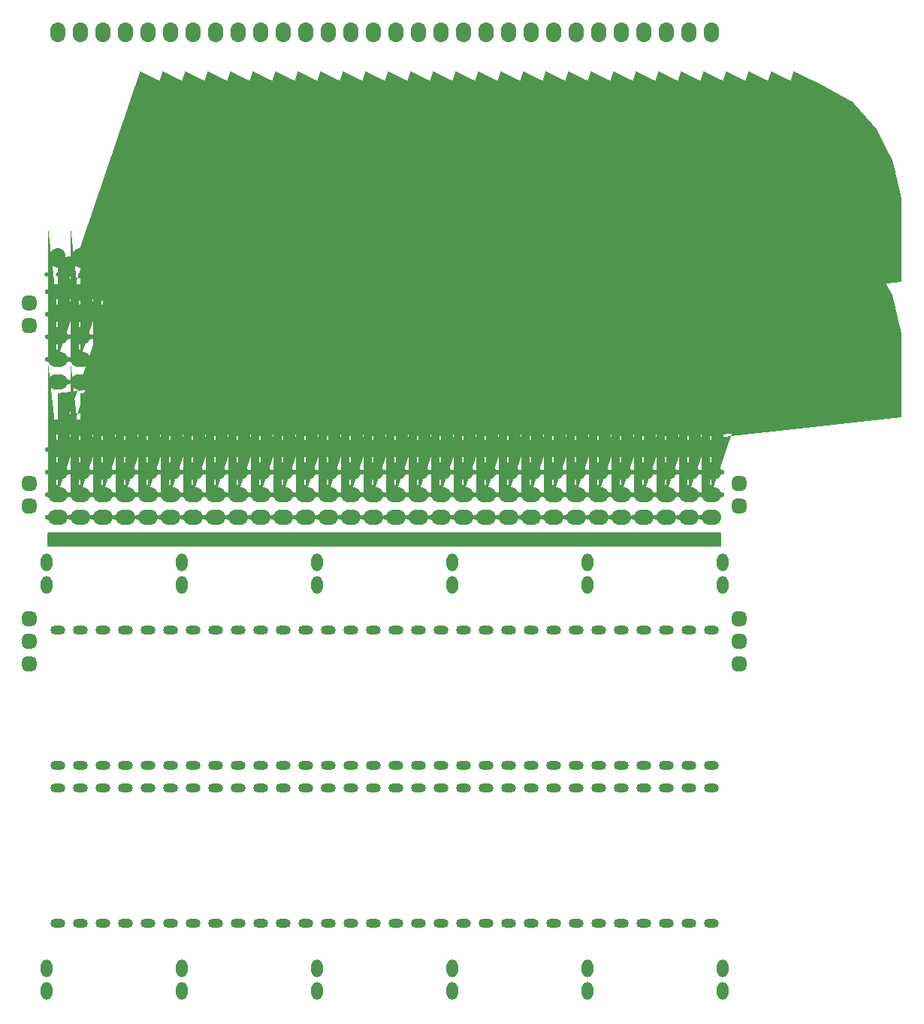
<source format=gbs>
%TF.GenerationSoftware,KiCad,Pcbnew,7.0.7*%
%TF.CreationDate,2023-10-12T12:03:03-07:00*%
%TF.ProjectId,JumperLUX,4a756d70-6572-44c5-9558-2e6b69636164,rev?*%
%TF.SameCoordinates,Original*%
%TF.FileFunction,Soldermask,Bot*%
%TF.FilePolarity,Negative*%
%FSLAX46Y46*%
G04 Gerber Fmt 4.6, Leading zero omitted, Abs format (unit mm)*
G04 Created by KiCad (PCBNEW 7.0.7) date 2023-10-12 12:03:03*
%MOMM*%
%LPD*%
G01*
G04 APERTURE LIST*
G04 Aperture macros list*
%AMRoundRect*
0 Rectangle with rounded corners*
0 $1 Rounding radius*
0 $2 $3 $4 $5 $6 $7 $8 $9 X,Y pos of 4 corners*
0 Add a 4 corners polygon primitive as box body*
4,1,4,$2,$3,$4,$5,$6,$7,$8,$9,$2,$3,0*
0 Add four circle primitives for the rounded corners*
1,1,$1+$1,$2,$3*
1,1,$1+$1,$4,$5*
1,1,$1+$1,$6,$7*
1,1,$1+$1,$8,$9*
0 Add four rect primitives between the rounded corners*
20,1,$1+$1,$2,$3,$4,$5,0*
20,1,$1+$1,$4,$5,$6,$7,0*
20,1,$1+$1,$6,$7,$8,$9,0*
20,1,$1+$1,$8,$9,$2,$3,0*%
%AMFreePoly0*
4,1,39,0.250000,0.845344,0.338849,0.845344,0.512664,0.808398,0.675000,0.736122,0.818761,0.631673,0.937664,0.499617,1.026514,0.345726,1.081425,0.176725,1.100000,0.000000,1.081425,-0.176725,1.026514,-0.345726,0.937664,-0.499617,0.818761,-0.631673,0.675000,-0.736122,0.512664,-0.808398,0.338849,-0.845344,0.250000,-0.845344,0.250000,-0.850000,-0.250000,-0.850000,-0.250000,-0.845344,
-0.338849,-0.845344,-0.512664,-0.808398,-0.675000,-0.736122,-0.818761,-0.631673,-0.937664,-0.499617,-1.026514,-0.345726,-1.081425,-0.176725,-1.100000,0.000000,-1.081425,0.176725,-1.026514,0.345726,-0.937664,0.499617,-0.818761,0.631673,-0.675000,0.736122,-0.512664,0.808398,-0.338849,0.845344,-0.250000,0.845344,-0.250000,0.850000,0.250000,0.850000,0.250000,0.845344,0.250000,0.845344,
$1*%
%AMFreePoly1*
4,1,59,0.250000,0.845344,0.338849,0.845344,0.512664,0.808398,0.675000,0.736122,0.818761,0.631673,0.937664,0.499617,1.012030,0.370812,1.075002,0.307840,1.175960,0.250000,1.210000,0.250000,1.305671,0.230970,1.386777,0.176777,1.440970,0.095671,1.460000,0.000000,1.440970,-0.095671,1.386777,-0.176777,1.305671,-0.230970,1.210000,-0.250000,1.175960,-0.250000,1.075002,-0.307840,
1.012030,-0.370812,0.937664,-0.499617,0.818761,-0.631673,0.675000,-0.736122,0.512664,-0.808398,0.338849,-0.845344,0.250000,-0.845344,0.250000,-0.850000,-0.250000,-0.850000,-0.250000,-0.845344,-0.338849,-0.845344,-0.512664,-0.808398,-0.675000,-0.736122,-0.818761,-0.631673,-0.937664,-0.499617,-1.012030,-0.370812,-1.075001,-0.307840,-1.175960,-0.250000,-1.210000,-0.250000,-1.305671,-0.230970,
-1.386777,-0.176777,-1.440970,-0.095671,-1.460000,0.000000,-1.440970,0.095671,-1.386777,0.176777,-1.305671,0.230970,-1.210000,0.250000,-1.175960,0.250000,-1.075001,0.307840,-1.012030,0.370812,-0.937664,0.499617,-0.818761,0.631673,-0.675000,0.736122,-0.512664,0.808398,-0.338849,0.845344,-0.250000,0.845344,-0.250000,0.850000,0.250000,0.850000,0.250000,0.845344,0.250000,0.845344,
$1*%
%AMFreePoly2*
4,1,49,0.250000,0.845344,0.338849,0.845344,0.512664,0.808398,0.675000,0.736122,0.818761,0.631673,0.937664,0.499617,1.012030,0.370812,1.075002,0.307840,1.175960,0.250000,1.210000,0.250000,1.305671,0.230970,1.386777,0.176777,1.440970,0.095671,1.460000,0.000000,1.440970,-0.095671,1.386777,-0.176777,1.305671,-0.230970,1.210000,-0.250000,1.175960,-0.250000,1.075002,-0.307840,
1.012030,-0.370812,0.937664,-0.499617,0.818761,-0.631673,0.675000,-0.736122,0.512664,-0.808398,0.338849,-0.845344,0.250000,-0.845344,0.250000,-0.850000,-0.250000,-0.850000,-0.250000,-0.845344,-0.338849,-0.845344,-0.512664,-0.808398,-0.675000,-0.736122,-0.818761,-0.631673,-0.937664,-0.499617,-1.026514,-0.345726,-1.081425,-0.176725,-1.100000,0.000000,-1.081425,0.176725,-1.026514,0.345726,
-0.937664,0.499617,-0.818761,0.631673,-0.675000,0.736122,-0.512664,0.808398,-0.338849,0.845344,-0.250000,0.845344,-0.250000,0.850000,0.250000,0.850000,0.250000,0.845344,0.250000,0.845344,$1*%
%AMFreePoly3*
4,1,49,0.250000,0.845344,0.338849,0.845344,0.512664,0.808398,0.675000,0.736122,0.818761,0.631673,0.937664,0.499617,1.026514,0.345726,1.081425,0.176725,1.100000,0.000000,1.081425,-0.176725,1.026514,-0.345726,0.937664,-0.499617,0.818761,-0.631673,0.675000,-0.736122,0.512664,-0.808398,0.338849,-0.845344,0.250000,-0.845344,0.250000,-0.850000,-0.250000,-0.850000,-0.250000,-0.845344,
-0.338849,-0.845344,-0.512664,-0.808398,-0.675000,-0.736122,-0.818761,-0.631673,-0.937664,-0.499617,-1.012030,-0.370812,-1.075001,-0.307840,-1.175960,-0.250000,-1.210000,-0.250000,-1.305671,-0.230970,-1.386777,-0.176777,-1.440970,-0.095671,-1.460000,0.000000,-1.440970,0.095671,-1.386777,0.176777,-1.305671,0.230970,-1.210000,0.250000,-1.175960,0.250000,-1.075001,0.307840,-1.012030,0.370812,
-0.937664,0.499617,-0.818761,0.631673,-0.675000,0.736122,-0.512664,0.808398,-0.338849,0.845344,-0.250000,0.845344,-0.250000,0.850000,0.250000,0.850000,0.250000,0.845344,0.250000,0.845344,$1*%
G04 Aperture macros list end*
%ADD10C,0.150000*%
%ADD11C,0.500000*%
%ADD12FreePoly0,270.000000*%
%ADD13RoundRect,0.595000X-0.255000X-0.255000X0.255000X-0.255000X0.255000X0.255000X-0.255000X0.255000X0*%
%ADD14FreePoly1,90.000000*%
%ADD15FreePoly2,270.000000*%
%ADD16FreePoly3,90.000000*%
%ADD17FreePoly1,270.000000*%
%ADD18FreePoly2,90.000000*%
%ADD19O,1.300000X2.000000*%
%ADD20O,1.700000X1.000000*%
%ADD21FreePoly3,270.000000*%
%ADD22FreePoly0,90.000000*%
G04 APERTURE END LIST*
D10*
X65608200Y-132588000D02*
X141376400Y-132588000D01*
X141376400Y-134035800D01*
X65608200Y-134035800D01*
X65608200Y-132588000D01*
G36*
X65608200Y-132588000D02*
G01*
X141376400Y-132588000D01*
X141376400Y-134035800D01*
X65608200Y-134035800D01*
X65608200Y-132588000D01*
G37*
D11*
%TO.C,REF\u002A\u002A*%
X140335000Y-133350000D03*
%TD*%
%TO.C,REF\u002A\u002A*%
X125095000Y-103505000D03*
%TD*%
D12*
%TO.C,J17*%
X140360400Y-76200000D03*
X137820400Y-76200000D03*
X135280400Y-76200000D03*
X132740400Y-76200000D03*
X130200400Y-76200000D03*
X127660400Y-76200000D03*
X125120400Y-76200000D03*
X122580400Y-76200000D03*
X120040400Y-76200000D03*
X117500400Y-76200000D03*
X114960400Y-76200000D03*
X112420400Y-76200000D03*
X109880400Y-76200000D03*
X107340400Y-76200000D03*
X104800400Y-76200000D03*
X102260400Y-76200000D03*
X99720400Y-76200000D03*
X97180400Y-76200000D03*
X94640400Y-76200000D03*
X92100400Y-76200000D03*
X89560400Y-76200000D03*
X87020400Y-76200000D03*
X84480400Y-76200000D03*
X81940400Y-76200000D03*
X79400400Y-76200000D03*
X76860400Y-76200000D03*
X74320400Y-76200000D03*
X71780400Y-76200000D03*
X69240400Y-76200000D03*
X66700400Y-76200000D03*
%TD*%
D11*
%TO.C,REF\u002A\u002A*%
X113665000Y-103505000D03*
%TD*%
%TO.C,REF\u002A\u002A*%
X67945000Y-133350000D03*
%TD*%
%TO.C,REF\u002A\u002A*%
X100965000Y-103505000D03*
%TD*%
%TO.C,REF\u002A\u002A*%
X102235000Y-103505000D03*
%TD*%
%TO.C,REF\u002A\u002A*%
X107315000Y-133350000D03*
%TD*%
%TO.C,REF\u002A\u002A*%
X137795000Y-133350000D03*
%TD*%
D13*
%TO.C,TP25*%
X63500000Y-106680000D03*
%TD*%
D11*
%TO.C,REF\u002A\u002A*%
X98425000Y-133350000D03*
%TD*%
%TO.C,REF\u002A\u002A*%
X92075000Y-103505000D03*
%TD*%
D14*
%TO.C,J2*%
X66675000Y-107950001D03*
X69215000Y-107950001D03*
X71755000Y-107950001D03*
X74295000Y-107950001D03*
X76835000Y-107950001D03*
X79375000Y-107950001D03*
X81915000Y-107950001D03*
X84455000Y-107950001D03*
X86995000Y-107950001D03*
X89535000Y-107950001D03*
X92075000Y-107950001D03*
X94615000Y-107950001D03*
X97155000Y-107950001D03*
X99695000Y-107950001D03*
X102235000Y-107950001D03*
X104775000Y-107950001D03*
X107315000Y-107950001D03*
X109855000Y-107950001D03*
X112395000Y-107950001D03*
X114935000Y-107950001D03*
X117475000Y-107950001D03*
X120015000Y-107950001D03*
X122555000Y-107950001D03*
X125095000Y-107950001D03*
X127635000Y-107950001D03*
X130175000Y-107950001D03*
X132715000Y-107950001D03*
X135255000Y-107950001D03*
X137795000Y-107950001D03*
X140335000Y-107950001D03*
%TD*%
D11*
%TO.C,REF\u002A\u002A*%
X137795000Y-103505000D03*
%TD*%
%TO.C,REF\u002A\u002A*%
X102235000Y-133350000D03*
%TD*%
D13*
%TO.C,TP24*%
X143510000Y-106680000D03*
%TD*%
D15*
%TO.C,J6*%
X140335000Y-120650000D03*
X137795000Y-120650000D03*
X135255000Y-120650000D03*
X132715000Y-120650000D03*
X130175000Y-120650000D03*
X127635000Y-120650000D03*
X125095000Y-120650000D03*
X122555000Y-120650000D03*
X120015000Y-120650000D03*
X117475000Y-120650000D03*
X114935000Y-120650000D03*
X112395000Y-120650000D03*
X109855000Y-120650000D03*
X107315000Y-120650000D03*
X104775000Y-120650000D03*
X102235000Y-120650000D03*
X99695000Y-120650000D03*
X97155000Y-120650000D03*
X94615000Y-120650000D03*
X92075000Y-120650000D03*
X89535000Y-120650000D03*
X86995000Y-120650000D03*
X84455000Y-120650000D03*
X81915000Y-120650000D03*
X79375000Y-120650000D03*
X76835000Y-120650000D03*
X74295000Y-120650000D03*
X71755000Y-120650000D03*
X69215000Y-120650000D03*
X66675000Y-120650000D03*
%TD*%
D11*
%TO.C,REF\u002A\u002A*%
X140335000Y-103505000D03*
%TD*%
%TO.C,REF\u002A\u002A*%
X123825000Y-133350000D03*
%TD*%
%TO.C,REF\u002A\u002A*%
X85725000Y-103505000D03*
%TD*%
%TO.C,REF\u002A\u002A*%
X86995000Y-133350000D03*
%TD*%
D16*
%TO.C,J1*%
X66675000Y-105410000D03*
X69215000Y-105410000D03*
X71755000Y-105410000D03*
X74295000Y-105410000D03*
X76835000Y-105410000D03*
X79375000Y-105410000D03*
X81915000Y-105410000D03*
X84455000Y-105410000D03*
X86995000Y-105410000D03*
X89535000Y-105410000D03*
X92075000Y-105410000D03*
X94615000Y-105410000D03*
X97155000Y-105410000D03*
X99695000Y-105410000D03*
X102235000Y-105410000D03*
X104775000Y-105410000D03*
X107315000Y-105410000D03*
X109855000Y-105410000D03*
X112395000Y-105410000D03*
X114935000Y-105410000D03*
X117475000Y-105410000D03*
X120015000Y-105410000D03*
X122555000Y-105410000D03*
X125095000Y-105410000D03*
X127635000Y-105410000D03*
X130175000Y-105410000D03*
X132715000Y-105410000D03*
X135255000Y-105410000D03*
X137795000Y-105410000D03*
X140335000Y-105410000D03*
%TD*%
D11*
%TO.C,REF\u002A\u002A*%
X98425000Y-103505000D03*
%TD*%
%TO.C,REF\u002A\u002A*%
X92075000Y-133350000D03*
%TD*%
%TO.C,REF\u002A\u002A*%
X89535000Y-103505000D03*
%TD*%
%TO.C,REF\u002A\u002A*%
X112395000Y-133350000D03*
%TD*%
%TO.C,REF\u002A\u002A*%
X83185000Y-103505000D03*
%TD*%
%TO.C,REF\u002A\u002A*%
X130175000Y-133350000D03*
%TD*%
%TO.C,REF\u002A\u002A*%
X66675000Y-133350000D03*
%TD*%
%TO.C,REF\u002A\u002A*%
X117475000Y-103505000D03*
%TD*%
%TO.C,REF\u002A\u002A*%
X65405000Y-103505000D03*
%TD*%
D13*
%TO.C,TP16*%
X63500000Y-144780000D03*
%TD*%
D11*
%TO.C,REF\u002A\u002A*%
X128905000Y-133350000D03*
%TD*%
%TO.C,REF\u002A\u002A*%
X89535000Y-133350000D03*
%TD*%
%TO.C,REF\u002A\u002A*%
X84455000Y-103505000D03*
%TD*%
%TO.C,REF\u002A\u002A*%
X130175000Y-103505000D03*
%TD*%
%TO.C,REF\u002A\u002A*%
X73025000Y-133350000D03*
%TD*%
%TO.C,REF\u002A\u002A*%
X106045000Y-103505000D03*
%TD*%
%TO.C,REF\u002A\u002A*%
X121285000Y-103505000D03*
%TD*%
%TO.C,REF\u002A\u002A*%
X114935000Y-133350000D03*
%TD*%
%TO.C,REF\u002A\u002A*%
X79375000Y-103505000D03*
%TD*%
%TO.C,REF\u002A\u002A*%
X113665000Y-133350000D03*
%TD*%
%TO.C,REF\u002A\u002A*%
X99695000Y-103505000D03*
%TD*%
%TO.C,REF\u002A\u002A*%
X83185000Y-133350000D03*
%TD*%
D13*
%TO.C,TP17*%
X142875000Y-88519000D03*
%TD*%
D11*
%TO.C,REF\u002A\u002A*%
X103505000Y-103505000D03*
%TD*%
%TO.C,REF\u002A\u002A*%
X127635000Y-103505000D03*
%TD*%
D13*
%TO.C,TP26*%
X143510000Y-109220000D03*
%TD*%
D11*
%TO.C,REF\u002A\u002A*%
X116205000Y-103505000D03*
%TD*%
%TO.C,REF\u002A\u002A*%
X69215000Y-103505000D03*
%TD*%
%TO.C,REF\u002A\u002A*%
X107315000Y-103505000D03*
%TD*%
D13*
%TO.C,TP31*%
X63500000Y-129540000D03*
%TD*%
D11*
%TO.C,REF\u002A\u002A*%
X95885000Y-103505000D03*
%TD*%
%TO.C,REF\u002A\u002A*%
X122555000Y-103505000D03*
%TD*%
D13*
%TO.C,TP21*%
X63500000Y-147320000D03*
%TD*%
D11*
%TO.C,REF\u002A\u002A*%
X103505000Y-133350000D03*
%TD*%
%TO.C,REF\u002A\u002A*%
X139065000Y-133350000D03*
%TD*%
%TO.C,REF\u002A\u002A*%
X133985000Y-133350000D03*
%TD*%
%TO.C,REF\u002A\u002A*%
X71755000Y-133350000D03*
%TD*%
D13*
%TO.C,TP27*%
X63500000Y-109220000D03*
%TD*%
D11*
%TO.C,REF\u002A\u002A*%
X133985000Y-103505000D03*
%TD*%
%TO.C,REF\u002A\u002A*%
X88265000Y-133350000D03*
%TD*%
%TO.C,REF\u002A\u002A*%
X117475000Y-133350000D03*
%TD*%
%TO.C,REF\u002A\u002A*%
X71755000Y-103505000D03*
%TD*%
%TO.C,REF\u002A\u002A*%
X90805000Y-103505000D03*
%TD*%
%TO.C,REF\u002A\u002A*%
X125095000Y-133350000D03*
%TD*%
%TO.C,REF\u002A\u002A*%
X122555000Y-133350000D03*
%TD*%
%TO.C,REF\u002A\u002A*%
X135255000Y-133350000D03*
%TD*%
%TO.C,REF\u002A\u002A*%
X97155000Y-133350000D03*
%TD*%
%TO.C,REF\u002A\u002A*%
X126365000Y-103505000D03*
%TD*%
%TO.C,REF\u002A\u002A*%
X135255000Y-103505000D03*
%TD*%
%TO.C,REF\u002A\u002A*%
X78105000Y-133350000D03*
%TD*%
%TO.C,REF\u002A\u002A*%
X93345000Y-103505000D03*
%TD*%
%TO.C,REF\u002A\u002A*%
X78105000Y-103505000D03*
%TD*%
%TO.C,REF\u002A\u002A*%
X86995000Y-103505000D03*
%TD*%
%TO.C,REF\u002A\u002A*%
X94615000Y-133350000D03*
%TD*%
D13*
%TO.C,TP18*%
X142875000Y-91059000D03*
%TD*%
D11*
%TO.C,REF\u002A\u002A*%
X112395000Y-103505000D03*
%TD*%
%TO.C,REF\u002A\u002A*%
X114935000Y-103505000D03*
%TD*%
%TO.C,REF\u002A\u002A*%
X104775000Y-133350000D03*
%TD*%
%TO.C,REF\u002A\u002A*%
X131445000Y-103505000D03*
%TD*%
%TO.C,REF\u002A\u002A*%
X120015000Y-103505000D03*
%TD*%
D13*
%TO.C,TP23*%
X143510000Y-142240000D03*
%TD*%
D11*
%TO.C,REF\u002A\u002A*%
X132715000Y-133350000D03*
%TD*%
%TO.C,REF\u002A\u002A*%
X118745000Y-133350000D03*
%TD*%
%TO.C,REF\u002A\u002A*%
X66675000Y-103505000D03*
%TD*%
D17*
%TO.C,J7*%
X140334999Y-123190000D03*
X137794999Y-123190000D03*
X135254999Y-123190000D03*
X132714999Y-123190000D03*
X130174999Y-123190000D03*
X127634999Y-123190000D03*
X125094999Y-123190000D03*
X122554999Y-123190000D03*
X120014999Y-123190000D03*
X117474999Y-123190000D03*
X114934999Y-123190000D03*
X112394999Y-123190000D03*
X109854999Y-123190000D03*
X107314999Y-123190000D03*
X104774999Y-123190000D03*
X102234999Y-123190000D03*
X99694999Y-123190000D03*
X97154999Y-123190000D03*
X94614999Y-123190000D03*
X92074999Y-123190000D03*
X89534999Y-123190000D03*
X86994999Y-123190000D03*
X84454999Y-123190000D03*
X81914999Y-123190000D03*
X79374999Y-123190000D03*
X76834999Y-123190000D03*
X74294999Y-123190000D03*
X71754999Y-123190000D03*
X69214999Y-123190000D03*
X66674999Y-123190000D03*
%TD*%
D11*
%TO.C,REF\u002A\u002A*%
X80645000Y-103505000D03*
%TD*%
%TO.C,REF\u002A\u002A*%
X136525000Y-103505000D03*
%TD*%
D14*
%TO.C,J3*%
X66675003Y-110490000D03*
X69215003Y-110490000D03*
X71755003Y-110490000D03*
X74295003Y-110490000D03*
X76835003Y-110490000D03*
X79375003Y-110490000D03*
X81915003Y-110490000D03*
X84455003Y-110490000D03*
X86995003Y-110490000D03*
X89535003Y-110490000D03*
X92075003Y-110490000D03*
X94615003Y-110490000D03*
X97155003Y-110490000D03*
X99695003Y-110490000D03*
X102235003Y-110490000D03*
X104775003Y-110490000D03*
X107315003Y-110490000D03*
X109855003Y-110490000D03*
X112395003Y-110490000D03*
X114935003Y-110490000D03*
X117475003Y-110490000D03*
X120015003Y-110490000D03*
X122555003Y-110490000D03*
X125095003Y-110490000D03*
X127635003Y-110490000D03*
X130175003Y-110490000D03*
X132715003Y-110490000D03*
X135255003Y-110490000D03*
X137795003Y-110490000D03*
X140335003Y-110490000D03*
%TD*%
D11*
%TO.C,REF\u002A\u002A*%
X139065000Y-103505000D03*
%TD*%
%TO.C,REF\u002A\u002A*%
X120015000Y-133350000D03*
%TD*%
%TO.C,REF\u002A\u002A*%
X123825000Y-103505000D03*
%TD*%
%TO.C,REF\u002A\u002A*%
X128905000Y-103505000D03*
%TD*%
D18*
%TO.C,J5*%
X66675000Y-115570000D03*
X69215000Y-115570000D03*
X71755000Y-115570000D03*
X74295000Y-115570000D03*
X76835000Y-115570000D03*
X79375000Y-115570000D03*
X81915000Y-115570000D03*
X84455000Y-115570000D03*
X86995000Y-115570000D03*
X89535000Y-115570000D03*
X92075000Y-115570000D03*
X94615000Y-115570000D03*
X97155000Y-115570000D03*
X99695000Y-115570000D03*
X102235000Y-115570000D03*
X104775000Y-115570000D03*
X107315000Y-115570000D03*
X109855000Y-115570000D03*
X112395000Y-115570000D03*
X114935000Y-115570000D03*
X117475000Y-115570000D03*
X120015000Y-115570000D03*
X122555000Y-115570000D03*
X125095000Y-115570000D03*
X127635000Y-115570000D03*
X130175000Y-115570000D03*
X132715000Y-115570000D03*
X135255000Y-115570000D03*
X137795000Y-115570000D03*
X140335000Y-115570000D03*
%TD*%
D11*
%TO.C,REF\u002A\u002A*%
X81915000Y-133350000D03*
%TD*%
D13*
%TO.C,TP28*%
X143510000Y-127000000D03*
%TD*%
D11*
%TO.C,REF\u002A\u002A*%
X99695000Y-133350000D03*
%TD*%
D13*
%TO.C,TP29*%
X63500000Y-127000000D03*
%TD*%
D19*
%TO.C,J11*%
X65405000Y-138430000D03*
X80645000Y-138430000D03*
X80645000Y-138430000D03*
X95885000Y-138430000D03*
X95885000Y-138430000D03*
X111125000Y-138430000D03*
X111125000Y-138430000D03*
X126365000Y-138430000D03*
X126365000Y-138430000D03*
X141605000Y-138430000D03*
D20*
X66675000Y-143510000D03*
X66675000Y-158750000D03*
X69215000Y-143510000D03*
X69215000Y-158750000D03*
X71755000Y-143510000D03*
X71755000Y-158750000D03*
X74295000Y-143510000D03*
X74295000Y-158750000D03*
X76835000Y-143510000D03*
X76835000Y-158750000D03*
X79375000Y-143510000D03*
X79375000Y-158750000D03*
X81915000Y-143510000D03*
X81915000Y-158750000D03*
X84455000Y-143510000D03*
X84455000Y-158750000D03*
X86995000Y-143510000D03*
X86995000Y-158750000D03*
X89535000Y-143510000D03*
X89535000Y-158750000D03*
X92075000Y-143510000D03*
X92075000Y-158750000D03*
X94615000Y-143510000D03*
X94615000Y-158750000D03*
X97155000Y-143510000D03*
X97155000Y-158750000D03*
X99695000Y-143510000D03*
X99695000Y-158750000D03*
X102235000Y-143510000D03*
X102235000Y-158750000D03*
X104775000Y-143510000D03*
X104775000Y-158750000D03*
X107315000Y-143510000D03*
X107315000Y-158750000D03*
X109855000Y-143510000D03*
X109855000Y-158750000D03*
X112395000Y-143510000D03*
X112395000Y-158750000D03*
X114935000Y-143510000D03*
X114935000Y-158750000D03*
X117475000Y-143510000D03*
X117475000Y-158750000D03*
X120015000Y-143510000D03*
X120015000Y-158750000D03*
X122555000Y-143510000D03*
X122555000Y-158750000D03*
X125095000Y-143510000D03*
X125095000Y-158750000D03*
X127635000Y-143510000D03*
X127635000Y-158750000D03*
X130175000Y-143510000D03*
X130175000Y-158750000D03*
X132715000Y-143510000D03*
X132715000Y-158750000D03*
X135255000Y-143510000D03*
X135255000Y-158750000D03*
X137795000Y-143510000D03*
X137795000Y-158750000D03*
X140335000Y-143510000D03*
X140335000Y-158750000D03*
D19*
X65405000Y-135890000D03*
X80645000Y-135890000D03*
X80645000Y-135890000D03*
X95885000Y-135890000D03*
X95885000Y-135890000D03*
X111125000Y-135890000D03*
X111125000Y-135890000D03*
X126365000Y-135890000D03*
X126365000Y-135890000D03*
X141605000Y-135890000D03*
X65405000Y-184150000D03*
X80645000Y-184150000D03*
X80645000Y-184150000D03*
X95885000Y-184150000D03*
X95885000Y-184150000D03*
X111125000Y-184150000D03*
X111125000Y-184150000D03*
X126365000Y-184150000D03*
X126365000Y-184150000D03*
X141605000Y-184150000D03*
D20*
X66675000Y-161290000D03*
X66675000Y-176530000D03*
X69215000Y-161290000D03*
X69215000Y-176530000D03*
X71755000Y-161290000D03*
X71755000Y-176530000D03*
X74295000Y-161290000D03*
X74295000Y-176530000D03*
X76835000Y-161290000D03*
X76835000Y-176530000D03*
X79375000Y-161290000D03*
X79375000Y-176530000D03*
X81915000Y-161290000D03*
X81915000Y-176530000D03*
X84455000Y-161290000D03*
X84455000Y-176530000D03*
X86995000Y-161290000D03*
X86995000Y-176530000D03*
X89535000Y-161290000D03*
X89535000Y-176530000D03*
X92075000Y-161290000D03*
X92075000Y-176530000D03*
X94615000Y-161290000D03*
X94615000Y-176530000D03*
X97155000Y-161290000D03*
X97155000Y-176530000D03*
X99695000Y-161290000D03*
X99695000Y-176530000D03*
X102235000Y-161290000D03*
X102235000Y-176530000D03*
X104775000Y-161290000D03*
X104775000Y-176530000D03*
X107315000Y-161290000D03*
X107315000Y-176530000D03*
X109855000Y-161290000D03*
X109855000Y-176530000D03*
X112395000Y-161290000D03*
X112395000Y-176530000D03*
X114935000Y-161290000D03*
X114935000Y-176530000D03*
X117475000Y-161290000D03*
X117475000Y-176530000D03*
X120015000Y-161290000D03*
X120015000Y-176530000D03*
X122555000Y-161290000D03*
X122555000Y-176530000D03*
X125095000Y-161290000D03*
X125095000Y-176530000D03*
X127635000Y-161290000D03*
X127635000Y-176530000D03*
X130175000Y-161290000D03*
X130175000Y-176530000D03*
X132715000Y-161290000D03*
X132715000Y-176530000D03*
X135255000Y-161290000D03*
X135255000Y-176530000D03*
X137795000Y-161290000D03*
X137795000Y-176530000D03*
X140335000Y-161290000D03*
X140335000Y-176530000D03*
D19*
X65405000Y-181610000D03*
X80645000Y-181610000D03*
X80645000Y-181610000D03*
X95885000Y-181622700D03*
X95885000Y-181622700D03*
X111125000Y-181610000D03*
X111125000Y-181610000D03*
X126365000Y-181610000D03*
X126365000Y-181610000D03*
X141605000Y-181610000D03*
%TD*%
D11*
%TO.C,REF\u002A\u002A*%
X70485000Y-103505000D03*
%TD*%
%TO.C,REF\u002A\u002A*%
X111125000Y-103505000D03*
%TD*%
%TO.C,REF\u002A\u002A*%
X69215000Y-133350000D03*
%TD*%
D13*
%TO.C,TP30*%
X143510000Y-129540000D03*
%TD*%
%TO.C,TP22*%
X143510000Y-147320000D03*
%TD*%
D11*
%TO.C,REF\u002A\u002A*%
X141605000Y-103505000D03*
%TD*%
%TO.C,REF\u002A\u002A*%
X79375000Y-133350000D03*
%TD*%
%TO.C,REF\u002A\u002A*%
X74295000Y-133350000D03*
%TD*%
%TO.C,REF\u002A\u002A*%
X81915000Y-103505000D03*
%TD*%
%TO.C,REF\u002A\u002A*%
X108585000Y-103505000D03*
%TD*%
%TO.C,REF\u002A\u002A*%
X94615000Y-103505000D03*
%TD*%
%TO.C,REF\u002A\u002A*%
X118745000Y-103505000D03*
%TD*%
D13*
%TO.C,TP19*%
X142875000Y-85979000D03*
%TD*%
D11*
%TO.C,REF\u002A\u002A*%
X84455000Y-133350000D03*
%TD*%
%TO.C,REF\u002A\u002A*%
X67945000Y-103505000D03*
%TD*%
D13*
%TO.C,TP15*%
X143510000Y-144780000D03*
%TD*%
D11*
%TO.C,REF\u002A\u002A*%
X93345000Y-133350000D03*
%TD*%
D17*
%TO.C,J8*%
X140334999Y-125730000D03*
X137794999Y-125730000D03*
X135254999Y-125730000D03*
X132714999Y-125730000D03*
X130174999Y-125730000D03*
X127634999Y-125730000D03*
X125094999Y-125730000D03*
X122554999Y-125730000D03*
X120014999Y-125730000D03*
X117474999Y-125730000D03*
X114934999Y-125730000D03*
X112394999Y-125730000D03*
X109854999Y-125730000D03*
X107314999Y-125730000D03*
X104774999Y-125730000D03*
X102234999Y-125730000D03*
X99694999Y-125730000D03*
X97154999Y-125730000D03*
X94614999Y-125730000D03*
X92074999Y-125730000D03*
X89534999Y-125730000D03*
X86994999Y-125730000D03*
X84454999Y-125730000D03*
X81914999Y-125730000D03*
X79374999Y-125730000D03*
X76834999Y-125730000D03*
X74294999Y-125730000D03*
X71754999Y-125730000D03*
X69214999Y-125730000D03*
X66674999Y-125730000D03*
%TD*%
D11*
%TO.C,REF\u002A\u002A*%
X74295000Y-103505000D03*
%TD*%
D17*
%TO.C,J9*%
X140335000Y-128270000D03*
X137795000Y-128270000D03*
X135255000Y-128270000D03*
X132715000Y-128270000D03*
X130175000Y-128270000D03*
X127635000Y-128270000D03*
X125095000Y-128270000D03*
X122555000Y-128270000D03*
X120015000Y-128270000D03*
X117475000Y-128270000D03*
X114935000Y-128270000D03*
X112395000Y-128270000D03*
X109855000Y-128270000D03*
X107315000Y-128270000D03*
X104775000Y-128270000D03*
X102235000Y-128270000D03*
X99695000Y-128270000D03*
X97155000Y-128270000D03*
X94615000Y-128270000D03*
X92075000Y-128270000D03*
X89535000Y-128270000D03*
X86995000Y-128270000D03*
X84455000Y-128270000D03*
X81915000Y-128270000D03*
X79375000Y-128270000D03*
X76835000Y-128270000D03*
X74295000Y-128270000D03*
X71755000Y-128270000D03*
X69215000Y-128270000D03*
X66675000Y-128270000D03*
%TD*%
D11*
%TO.C,REF\u002A\u002A*%
X88265000Y-103505000D03*
%TD*%
%TO.C,REF\u002A\u002A*%
X76835000Y-133350000D03*
%TD*%
D21*
%TO.C,J10*%
X140335000Y-130810000D03*
X137795000Y-130810000D03*
X135255000Y-130810000D03*
X132715000Y-130810000D03*
X130175000Y-130810000D03*
X127635000Y-130810000D03*
X125095000Y-130810000D03*
X122555000Y-130810000D03*
X120015000Y-130810000D03*
X117475000Y-130810000D03*
X114935000Y-130810000D03*
X112395000Y-130810000D03*
X109855000Y-130810000D03*
X107315000Y-130810000D03*
X104775000Y-130810000D03*
X102235000Y-130810000D03*
X99695000Y-130810000D03*
X97155000Y-130810000D03*
X94615000Y-130810000D03*
X92075000Y-130810000D03*
X89535000Y-130810000D03*
X86995000Y-130810000D03*
X84455000Y-130810000D03*
X81915000Y-130810000D03*
X79375000Y-130810000D03*
X76835000Y-130810000D03*
X74295000Y-130810000D03*
X71755000Y-130810000D03*
X69215000Y-130810000D03*
X66675000Y-130810000D03*
%TD*%
D11*
%TO.C,REF\u002A\u002A*%
X104775000Y-103505000D03*
%TD*%
D14*
%TO.C,J4*%
X66675000Y-113030000D03*
X69215000Y-113030000D03*
X71755000Y-113030000D03*
X74295000Y-113030000D03*
X76835000Y-113030000D03*
X79375000Y-113030000D03*
X81915000Y-113030000D03*
X84455000Y-113030000D03*
X86995000Y-113030000D03*
X89535000Y-113030000D03*
X92075000Y-113030000D03*
X94615000Y-113030000D03*
X97155000Y-113030000D03*
X99695000Y-113030000D03*
X102235000Y-113030000D03*
X104775000Y-113030000D03*
X107315000Y-113030000D03*
X109855000Y-113030000D03*
X112395000Y-113030000D03*
X114935000Y-113030000D03*
X117475000Y-113030000D03*
X120015000Y-113030000D03*
X122555000Y-113030000D03*
X125095000Y-113030000D03*
X127635000Y-113030000D03*
X130175000Y-113030000D03*
X132715000Y-113030000D03*
X135255000Y-113030000D03*
X137795000Y-113030000D03*
X140335000Y-113030000D03*
%TD*%
D11*
%TO.C,REF\u002A\u002A*%
X109855000Y-103505000D03*
%TD*%
D22*
%TO.C,J18*%
X66675000Y-101600000D03*
X69215000Y-101600000D03*
X71755000Y-101600000D03*
X74295000Y-101600000D03*
X76835000Y-101600000D03*
X79375000Y-101600000D03*
X81915000Y-101600000D03*
X84455000Y-101600000D03*
X86995000Y-101600000D03*
X89535000Y-101600000D03*
X92075000Y-101600000D03*
X94615000Y-101600000D03*
X97155000Y-101600000D03*
X99695000Y-101600000D03*
X102235000Y-101600000D03*
X104775000Y-101600000D03*
X107315000Y-101600000D03*
X109855000Y-101600000D03*
X112395000Y-101600000D03*
X114935000Y-101600000D03*
X117475000Y-101600000D03*
X120015000Y-101600000D03*
X122555000Y-101600000D03*
X125095000Y-101600000D03*
X127635000Y-101600000D03*
X130175000Y-101600000D03*
X132715000Y-101600000D03*
X135255000Y-101600000D03*
X137795000Y-101600000D03*
X140335000Y-101600000D03*
%TD*%
D11*
%TO.C,REF\u002A\u002A*%
X109855000Y-133350000D03*
%TD*%
%TO.C,REF\u002A\u002A*%
X73025000Y-103505000D03*
%TD*%
%TO.C,REF\u002A\u002A*%
X132715000Y-103505000D03*
%TD*%
%TO.C,REF\u002A\u002A*%
X108585000Y-133350000D03*
%TD*%
%TO.C,REF\u002A\u002A*%
X76835000Y-103505000D03*
%TD*%
%TO.C,REF\u002A\u002A*%
X97155000Y-103505000D03*
%TD*%
%TO.C,REF\u002A\u002A*%
X127635000Y-133350000D03*
%TD*%
%TO.C,REF\u002A\u002A*%
X75565000Y-103505000D03*
%TD*%
D13*
%TO.C,TP20*%
X63500000Y-142240000D03*
%TD*%
M02*

</source>
